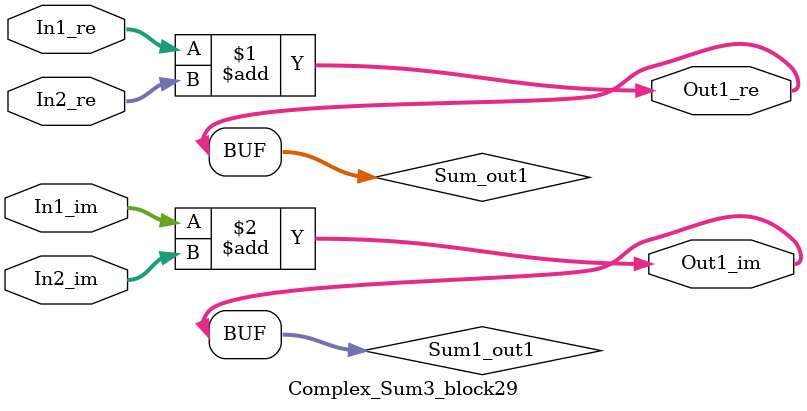
<source format=v>



`timescale 1 ns / 1 ns

module Complex_Sum3_block29
          (In1_re,
           In1_im,
           In2_re,
           In2_im,
           Out1_re,
           Out1_im);


  input   signed [36:0] In1_re;  // sfix37_En22
  input   signed [36:0] In1_im;  // sfix37_En22
  input   signed [36:0] In2_re;  // sfix37_En22
  input   signed [36:0] In2_im;  // sfix37_En22
  output  signed [36:0] Out1_re;  // sfix37_En22
  output  signed [36:0] Out1_im;  // sfix37_En22


  wire signed [36:0] Sum_out1;  // sfix37_En22
  wire signed [36:0] Sum1_out1;  // sfix37_En22


  assign Sum_out1 = In1_re + In2_re;



  assign Out1_re = Sum_out1;

  assign Sum1_out1 = In1_im + In2_im;



  assign Out1_im = Sum1_out1;

endmodule  // Complex_Sum3_block29


</source>
